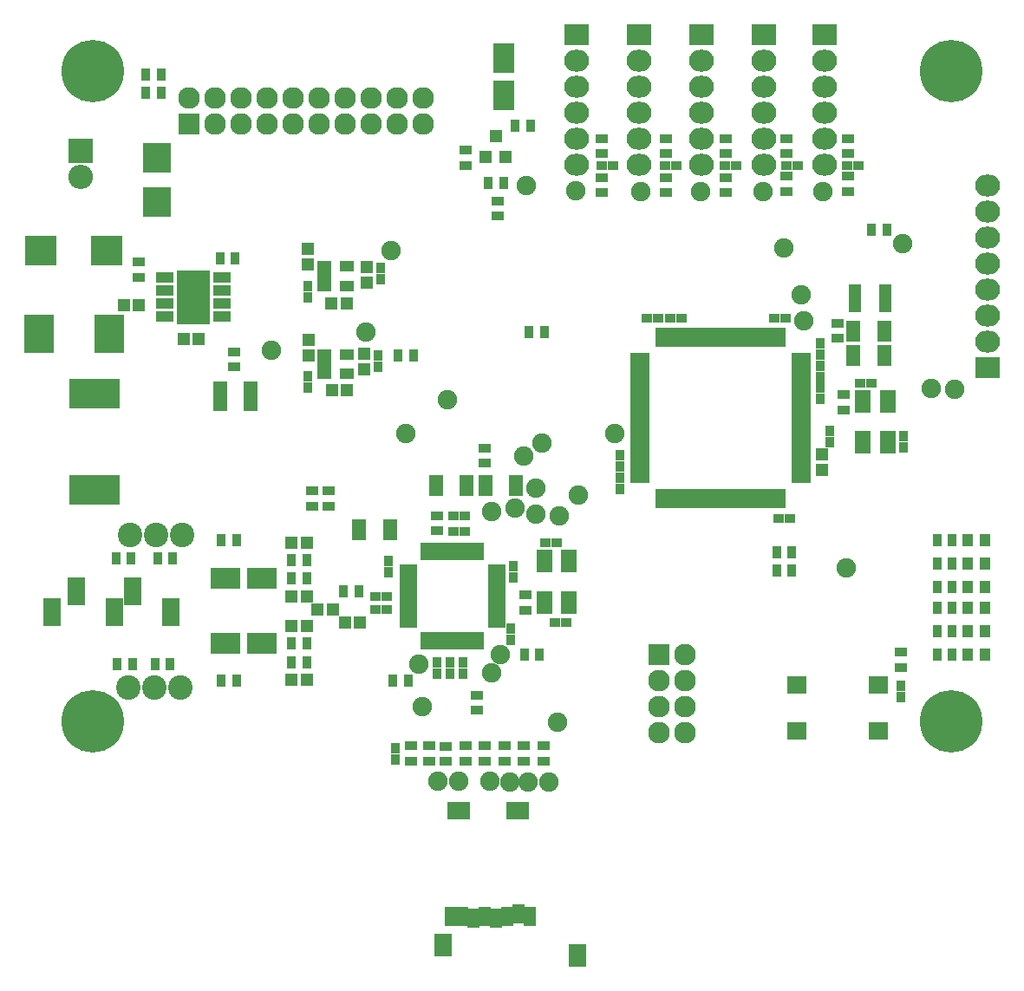
<source format=gts>
G04 #@! TF.FileFunction,Soldermask,Top*
%FSLAX46Y46*%
G04 Gerber Fmt 4.6, Leading zero omitted, Abs format (unit mm)*
G04 Created by KiCad (PCBNEW 4.0.7-e2-6376~58~ubuntu16.04.1) date Sun Oct 22 13:56:38 2017*
%MOMM*%
%LPD*%
G01*
G04 APERTURE LIST*
%ADD10C,0.150000*%
%ADD11R,0.650000X1.700000*%
%ADD12R,1.700000X0.650000*%
%ADD13R,1.900000X0.680000*%
%ADD14R,0.680000X1.900000*%
%ADD15C,6.100000*%
%ADD16R,2.432000X2.127200*%
%ADD17O,2.432000X2.127200*%
%ADD18O,2.398980X2.398980*%
%ADD19R,2.398980X2.398980*%
%ADD20R,1.460000X1.050000*%
%ADD21R,1.200100X1.200100*%
%ADD22R,0.900000X1.000000*%
%ADD23R,1.000000X0.900000*%
%ADD24R,1.150000X1.200000*%
%ADD25R,1.200000X1.150000*%
%ADD26R,1.400000X2.000000*%
%ADD27R,4.900000X3.000000*%
%ADD28R,1.670000X1.035000*%
%ADD29R,3.340000X5.290000*%
%ADD30C,0.800000*%
%ADD31R,2.127200X2.127200*%
%ADD32O,2.127200X2.127200*%
%ADD33R,1.700000X2.700000*%
%ADD34R,1.400000X2.900000*%
%ADD35C,1.900000*%
%ADD36R,2.899360X3.699460*%
%ADD37R,0.900000X1.300000*%
%ADD38R,1.300000X0.900000*%
%ADD39R,1.000000X1.200000*%
%ADD40R,2.701240X2.899360*%
%ADD41R,1.153160X2.753360*%
%ADD42R,1.600000X2.200000*%
%ADD43R,1.799540X2.299920*%
%ADD44R,1.197560X1.898600*%
%ADD45R,2.198320X1.799540*%
%ADD46R,3.170000X2.950000*%
%ADD47R,1.950000X1.700000*%
%ADD48C,2.398980*%
%ADD49R,3.000000X2.000000*%
%ADD50R,2.000000X3.000000*%
G04 APERTURE END LIST*
D10*
D11*
X106065000Y-114040000D03*
X106565000Y-114040000D03*
X107065000Y-114040000D03*
X107565000Y-114040000D03*
X108065000Y-114040000D03*
X108565000Y-114040000D03*
X109065000Y-114040000D03*
X109565000Y-114040000D03*
X110065000Y-114040000D03*
X110565000Y-114040000D03*
X111065000Y-114040000D03*
X111565000Y-114040000D03*
D12*
X113165000Y-112440000D03*
X113165000Y-111940000D03*
X113165000Y-111440000D03*
X113165000Y-110940000D03*
X113165000Y-110440000D03*
X113165000Y-109940000D03*
X113165000Y-109440000D03*
X113165000Y-108940000D03*
X113165000Y-108440000D03*
X113165000Y-107940000D03*
X113165000Y-107440000D03*
X113165000Y-106940000D03*
D11*
X111565000Y-105340000D03*
X111065000Y-105340000D03*
X110565000Y-105340000D03*
X110065000Y-105340000D03*
X109565000Y-105340000D03*
X109065000Y-105340000D03*
X108565000Y-105340000D03*
X108065000Y-105340000D03*
X107565000Y-105340000D03*
X107065000Y-105340000D03*
X106565000Y-105340000D03*
X106065000Y-105340000D03*
D12*
X104465000Y-106940000D03*
X104465000Y-107440000D03*
X104465000Y-107940000D03*
X104465000Y-108440000D03*
X104465000Y-108940000D03*
X104465000Y-109440000D03*
X104465000Y-109940000D03*
X104465000Y-110440000D03*
X104465000Y-110940000D03*
X104465000Y-111440000D03*
X104465000Y-111940000D03*
X104465000Y-112440000D03*
D13*
X142877000Y-98291000D03*
X142877000Y-97791000D03*
X142877000Y-97291000D03*
X142877000Y-96791000D03*
X142877000Y-96291000D03*
X142877000Y-95791000D03*
X142877000Y-95291000D03*
X142877000Y-94791000D03*
X142877000Y-94291000D03*
X142877000Y-93791000D03*
X142877000Y-93291000D03*
X142877000Y-92791000D03*
X142877000Y-92291000D03*
X142877000Y-91791000D03*
X142877000Y-91291000D03*
X142877000Y-90791000D03*
X142877000Y-90291000D03*
X142877000Y-89791000D03*
X142877000Y-89291000D03*
X142877000Y-88791000D03*
X142877000Y-88291000D03*
X142877000Y-87791000D03*
X142877000Y-87291000D03*
X142877000Y-86791000D03*
X142877000Y-86291000D03*
D14*
X140977000Y-84391000D03*
X140477000Y-84391000D03*
X139977000Y-84391000D03*
X139477000Y-84391000D03*
X138977000Y-84391000D03*
X138477000Y-84391000D03*
X137977000Y-84391000D03*
X137477000Y-84391000D03*
X136977000Y-84391000D03*
X136477000Y-84391000D03*
X135977000Y-84391000D03*
X135477000Y-84391000D03*
X134977000Y-84391000D03*
X134477000Y-84391000D03*
X133977000Y-84391000D03*
X133477000Y-84391000D03*
X132977000Y-84391000D03*
X132477000Y-84391000D03*
X131977000Y-84391000D03*
X131477000Y-84391000D03*
X130977000Y-84391000D03*
X130477000Y-84391000D03*
X129977000Y-84391000D03*
X129477000Y-84391000D03*
X128977000Y-84391000D03*
D13*
X127077000Y-86291000D03*
X127077000Y-86791000D03*
X127077000Y-87291000D03*
X127077000Y-87791000D03*
X127077000Y-88291000D03*
X127077000Y-88791000D03*
X127077000Y-89291000D03*
X127077000Y-89791000D03*
X127077000Y-90291000D03*
X127077000Y-90791000D03*
X127077000Y-91291000D03*
X127077000Y-91791000D03*
X127077000Y-92291000D03*
X127077000Y-92791000D03*
X127077000Y-93291000D03*
X127077000Y-93791000D03*
X127077000Y-94291000D03*
X127077000Y-94791000D03*
X127077000Y-95291000D03*
X127077000Y-95791000D03*
X127077000Y-96291000D03*
X127077000Y-96791000D03*
X127077000Y-97291000D03*
X127077000Y-97791000D03*
X127077000Y-98291000D03*
D14*
X128977000Y-100191000D03*
X129477000Y-100191000D03*
X129977000Y-100191000D03*
X130477000Y-100191000D03*
X130977000Y-100191000D03*
X131477000Y-100191000D03*
X131977000Y-100191000D03*
X132477000Y-100191000D03*
X132977000Y-100191000D03*
X133477000Y-100191000D03*
X133977000Y-100191000D03*
X134477000Y-100191000D03*
X134977000Y-100191000D03*
X135477000Y-100191000D03*
X135977000Y-100191000D03*
X136477000Y-100191000D03*
X136977000Y-100191000D03*
X137477000Y-100191000D03*
X137977000Y-100191000D03*
X138477000Y-100191000D03*
X138977000Y-100191000D03*
X139477000Y-100191000D03*
X139977000Y-100191000D03*
X140477000Y-100191000D03*
X140977000Y-100191000D03*
D15*
X73660000Y-121920000D03*
X73660000Y-58420000D03*
X157480000Y-58420000D03*
D16*
X133096000Y-54864000D03*
D17*
X133096000Y-57404000D03*
X133096000Y-59944000D03*
X133096000Y-62484000D03*
X133096000Y-65024000D03*
X133096000Y-67564000D03*
D16*
X120904000Y-54864000D03*
D17*
X120904000Y-57404000D03*
X120904000Y-59944000D03*
X120904000Y-62484000D03*
X120904000Y-65024000D03*
X120904000Y-67564000D03*
D16*
X161036000Y-87376000D03*
D17*
X161036000Y-84836000D03*
X161036000Y-82296000D03*
X161036000Y-79756000D03*
X161036000Y-77216000D03*
X161036000Y-74676000D03*
X161036000Y-72136000D03*
X161036000Y-69596000D03*
D18*
X72517000Y-68707000D03*
D19*
X72517000Y-66167000D03*
D16*
X127000000Y-54864000D03*
D17*
X127000000Y-57404000D03*
X127000000Y-59944000D03*
X127000000Y-62484000D03*
X127000000Y-65024000D03*
X127000000Y-67564000D03*
D16*
X139192000Y-54864000D03*
D17*
X139192000Y-57404000D03*
X139192000Y-59944000D03*
X139192000Y-62484000D03*
X139192000Y-65024000D03*
X139192000Y-67564000D03*
D16*
X145137000Y-54864000D03*
D17*
X145137000Y-57404000D03*
X145137000Y-59944000D03*
X145137000Y-62484000D03*
X145137000Y-65024000D03*
X145137000Y-67564000D03*
D20*
X96300823Y-86102949D03*
X96300823Y-87052949D03*
X96300823Y-88002949D03*
X98500823Y-88002949D03*
X98500823Y-86102949D03*
X96285000Y-77498000D03*
X96285000Y-78448000D03*
X96285000Y-79398000D03*
X98485000Y-79398000D03*
X98485000Y-77498000D03*
D21*
X112080000Y-66786760D03*
X113980000Y-66786760D03*
X113030000Y-64787780D03*
D22*
X109831000Y-116125000D03*
X109831000Y-117225000D03*
X102592000Y-107319000D03*
X102592000Y-106219000D03*
X114530000Y-112823000D03*
X114530000Y-113923000D03*
X107291000Y-116125000D03*
X107291000Y-117225000D03*
D23*
X102380000Y-110960000D03*
X101280000Y-110960000D03*
D22*
X108561000Y-116125000D03*
X108561000Y-117225000D03*
D23*
X108900000Y-103340000D03*
X110000000Y-103340000D03*
X102380000Y-109690000D03*
X101280000Y-109690000D03*
X108900000Y-101816000D03*
X110000000Y-101816000D03*
D22*
X152884000Y-95127000D03*
X152884000Y-94027000D03*
D23*
X148651000Y-88862000D03*
X149751000Y-88862000D03*
X130109000Y-82512000D03*
X131209000Y-82512000D03*
D22*
X125198000Y-97032000D03*
X125198000Y-95932000D03*
X144756000Y-88269000D03*
X144756000Y-87169000D03*
X144756000Y-85010000D03*
X144756000Y-86110000D03*
D24*
X94733831Y-86151941D03*
X94733831Y-84651941D03*
X100194828Y-86048944D03*
X100194828Y-87548944D03*
X94718000Y-77293000D03*
X94718000Y-75793000D03*
D25*
X98504000Y-81115000D03*
X97004000Y-81115000D03*
D24*
X100433000Y-77571000D03*
X100433000Y-79071000D03*
D26*
X107188000Y-98895000D03*
X110188000Y-98895000D03*
X99695000Y-103213000D03*
X102695000Y-103213000D03*
X112014000Y-98895000D03*
X115014000Y-98895000D03*
D25*
X99786000Y-112230000D03*
X98286000Y-112230000D03*
D26*
X147955000Y-86195000D03*
X150955000Y-86195000D03*
X147955000Y-83782000D03*
X150955000Y-83782000D03*
D25*
X78196000Y-81242000D03*
X76696000Y-81242000D03*
X82538000Y-84544000D03*
X84038000Y-84544000D03*
D27*
X73890000Y-89878000D03*
X73890000Y-99278000D03*
D28*
X86324000Y-82385000D03*
X86324000Y-81115000D03*
X86324000Y-79845000D03*
X86324000Y-78575000D03*
X80736000Y-78575000D03*
X80736000Y-79845000D03*
X80736000Y-81115000D03*
X80736000Y-82385000D03*
D29*
X83530000Y-80480000D03*
D30*
X82780000Y-78980000D03*
X82780000Y-80480000D03*
X84280000Y-78980000D03*
X84280000Y-80480000D03*
X82780000Y-81980000D03*
X84280000Y-81980000D03*
D15*
X157480000Y-121920000D03*
D31*
X83124721Y-63609889D03*
D32*
X83124721Y-61069889D03*
X85664721Y-63609889D03*
X85664721Y-61069889D03*
X88204721Y-63609889D03*
X88204721Y-61069889D03*
X90744721Y-63609889D03*
X90744721Y-61069889D03*
X93284721Y-63609889D03*
X93284721Y-61069889D03*
X95824721Y-63609889D03*
X95824721Y-61069889D03*
X98364721Y-63609889D03*
X98364721Y-61069889D03*
X100904721Y-63609889D03*
X100904721Y-61069889D03*
X103444721Y-63609889D03*
X103444721Y-61069889D03*
X105984721Y-63609889D03*
X105984721Y-61069889D03*
D22*
X144756000Y-89328000D03*
X144756000Y-90428000D03*
D33*
X69695000Y-111214000D03*
X77595000Y-109214000D03*
X72095000Y-109214000D03*
X81295000Y-111214000D03*
X75795000Y-111214000D03*
D25*
X95619000Y-110960000D03*
X97119000Y-110960000D03*
X93079000Y-117818000D03*
X94579000Y-117818000D03*
X94579000Y-104483000D03*
X93079000Y-104483000D03*
D34*
X89106000Y-90132000D03*
X86106000Y-90132000D03*
D35*
X112625000Y-117183000D03*
X115800000Y-95974000D03*
X117578000Y-94704000D03*
D22*
X114784000Y-106727000D03*
X114784000Y-107827000D03*
D36*
X75259060Y-84036000D03*
X68456940Y-84036000D03*
D25*
X98531825Y-89592946D03*
X97031825Y-89592946D03*
D37*
X104993000Y-86195000D03*
X103493000Y-86195000D03*
D38*
X96750000Y-100915000D03*
X96750000Y-99415000D03*
X111990000Y-96724000D03*
X111990000Y-95224000D03*
D23*
X141750000Y-102070000D03*
X140650000Y-102070000D03*
D22*
X145645000Y-93519000D03*
X145645000Y-94619000D03*
X125198000Y-99191000D03*
X125198000Y-98091000D03*
D23*
X128923000Y-82512000D03*
X127823000Y-82512000D03*
X140269000Y-82512000D03*
X141369000Y-82512000D03*
D24*
X144883000Y-95859000D03*
X144883000Y-97359000D03*
D25*
X93079000Y-109690000D03*
X94579000Y-109690000D03*
X93079000Y-112611000D03*
X94579000Y-112611000D03*
D39*
X160846000Y-115414855D03*
X159146000Y-115414855D03*
X160846000Y-113119000D03*
X159146000Y-113119000D03*
X160846000Y-110833000D03*
X159146000Y-110833000D03*
X160846000Y-108810849D03*
X159146000Y-108810849D03*
X160807000Y-106515000D03*
X159107000Y-106515000D03*
X160846000Y-104238849D03*
X159146000Y-104238849D03*
D40*
X79986000Y-66901160D03*
X79986000Y-71198840D03*
D41*
X151029800Y-80607000D03*
X148134200Y-80607000D03*
D38*
X115927000Y-111075000D03*
X115927000Y-109575000D03*
D37*
X104485000Y-117945000D03*
X102985000Y-117945000D03*
D38*
X107291000Y-103328000D03*
X107291000Y-101828000D03*
X152630000Y-116663000D03*
X152630000Y-115163000D03*
D37*
X98159000Y-109182000D03*
X99659000Y-109182000D03*
X94579000Y-116167000D03*
X93079000Y-116167000D03*
X93079000Y-106134000D03*
X94579000Y-106134000D03*
X157628296Y-115414853D03*
X156128296Y-115414853D03*
X157628298Y-113128858D03*
X156128298Y-113128858D03*
X157628302Y-110842849D03*
X156128302Y-110842849D03*
X157628296Y-108810852D03*
X156128296Y-108810852D03*
X157628296Y-106524853D03*
X156128296Y-106524853D03*
X157628293Y-104238855D03*
X156128293Y-104238855D03*
D38*
X123420000Y-70308000D03*
X123420000Y-68808000D03*
X129643000Y-70308000D03*
X129643000Y-68808000D03*
X115800000Y-124307000D03*
X115800000Y-125807000D03*
X135485000Y-70308000D03*
X135485000Y-68808000D03*
X117705000Y-124307000D03*
X117705000Y-125807000D03*
X108180000Y-124345000D03*
X108180000Y-125845000D03*
X111990000Y-124307000D03*
X111990000Y-125807000D03*
X110085000Y-124307000D03*
X110085000Y-125807000D03*
X113895000Y-124307000D03*
X113895000Y-125807000D03*
X141454000Y-70181000D03*
X141454000Y-68681000D03*
X147423000Y-70181000D03*
X147423000Y-68681000D03*
D37*
X114923000Y-63716000D03*
X116423000Y-63716000D03*
X140450000Y-105372000D03*
X141950000Y-105372000D03*
D38*
X147042000Y-91517000D03*
X147042000Y-90017000D03*
D37*
X140450000Y-107150000D03*
X141950000Y-107150000D03*
D38*
X146407000Y-84532000D03*
X146407000Y-83032000D03*
X106529000Y-125807000D03*
X106529000Y-124307000D03*
D37*
X112280000Y-69342000D03*
X113780000Y-69342000D03*
D38*
X87479000Y-85826000D03*
X87479000Y-87326000D03*
D37*
X87594000Y-76670000D03*
X86094000Y-76670000D03*
D38*
X78208000Y-77063000D03*
X78208000Y-78563000D03*
D37*
X117808000Y-83909000D03*
X116308000Y-83909000D03*
X93079000Y-107912000D03*
X94579000Y-107912000D03*
X93079000Y-114262000D03*
X94579000Y-114262000D03*
X87721000Y-104229000D03*
X86221000Y-104229000D03*
X87721000Y-117945000D03*
X86221000Y-117945000D03*
X78855000Y-60541000D03*
X80355000Y-60541000D03*
X78855000Y-58763000D03*
X80355000Y-58763000D03*
D38*
X110085000Y-66141000D03*
X110085000Y-67641000D03*
X113260000Y-71094000D03*
X113260000Y-72594000D03*
D37*
X149721000Y-73876000D03*
X151221000Y-73876000D03*
D38*
X111228000Y-119354000D03*
X111228000Y-120854000D03*
D35*
X116943000Y-99149000D03*
X116943000Y-101689000D03*
X114911000Y-101054000D03*
X119229000Y-101816000D03*
X113514000Y-115405000D03*
X121134000Y-99784000D03*
X108307000Y-90513000D03*
X112625000Y-101435000D03*
X105513000Y-116294000D03*
X104243000Y-93815000D03*
X116054000Y-69558000D03*
X120880000Y-70066000D03*
X155551000Y-89370000D03*
X141200000Y-75654000D03*
X157837000Y-89497000D03*
X147296000Y-106896000D03*
X143105000Y-82766000D03*
X142851000Y-80226000D03*
X152757000Y-75273000D03*
X127230000Y-70193000D03*
X133072000Y-70193000D03*
X118213000Y-127851000D03*
X107418000Y-127724000D03*
X119102000Y-122009000D03*
X109450000Y-127724000D03*
X116181000Y-127851000D03*
X112498000Y-127724000D03*
X114403000Y-127851000D03*
X139168000Y-70193000D03*
X105894000Y-120485000D03*
X145010000Y-70193000D03*
X102846000Y-75908000D03*
X100321829Y-83877943D03*
X91162000Y-85687000D03*
D42*
X120175000Y-106293000D03*
X120175000Y-110293000D03*
X117775000Y-110293000D03*
X117775000Y-106293000D03*
X151290000Y-90672000D03*
X151290000Y-94672000D03*
X148890000Y-94672000D03*
X148890000Y-90672000D03*
D23*
X123378000Y-67653000D03*
X124478000Y-67653000D03*
X129601000Y-67653000D03*
X130701000Y-67653000D03*
X135443000Y-67653000D03*
X136543000Y-67653000D03*
X141412000Y-67653000D03*
X142512000Y-67653000D03*
D22*
X103227000Y-124507000D03*
X103227000Y-125607000D03*
D23*
X147381000Y-67653000D03*
X148481000Y-67653000D03*
D38*
X123420000Y-64986000D03*
X123420000Y-66486000D03*
X129643000Y-64998000D03*
X129643000Y-66498000D03*
X135485000Y-64998000D03*
X135485000Y-66498000D03*
X141454000Y-64998000D03*
X141454000Y-66498000D03*
X104751000Y-125807000D03*
X104751000Y-124307000D03*
X147423000Y-64998000D03*
X147423000Y-66498000D03*
D43*
X120996840Y-144792800D03*
X107849800Y-143792040D03*
D44*
X116348640Y-140942160D03*
X115248820Y-140741500D03*
X114151540Y-140942160D03*
X113051720Y-141142820D03*
X111951900Y-140942160D03*
X110849540Y-141142820D03*
X109749720Y-140942160D03*
X108649900Y-140942160D03*
D45*
X109450000Y-130645000D03*
X115147220Y-130645000D03*
D37*
X115812000Y-115405000D03*
X117312000Y-115405000D03*
D38*
X95099000Y-100915000D03*
X95099000Y-99415000D03*
D35*
X124690000Y-93815000D03*
D22*
X94718000Y-79422000D03*
X94718000Y-80522000D03*
X101830000Y-77644000D03*
X101830000Y-78744000D03*
X94718000Y-88185000D03*
X94718000Y-89285000D03*
X101576000Y-86153000D03*
X101576000Y-87253000D03*
D46*
X75078000Y-75908000D03*
X68638000Y-75908000D03*
D22*
X152630000Y-118411000D03*
X152630000Y-119511000D03*
D47*
X142432000Y-122862000D03*
X142432000Y-118362000D03*
X150382000Y-118362000D03*
X150382000Y-122862000D03*
D31*
X129008000Y-115405000D03*
D32*
X131548000Y-115405000D03*
X129008000Y-117945000D03*
X131548000Y-117945000D03*
X129008000Y-120485000D03*
X131548000Y-120485000D03*
X129008000Y-123025000D03*
X131548000Y-123025000D03*
D37*
X79744000Y-116294000D03*
X81244000Y-116294000D03*
X81498000Y-106007000D03*
X79998000Y-106007000D03*
X76061000Y-116294000D03*
X77561000Y-116294000D03*
X77434000Y-106007000D03*
X75934000Y-106007000D03*
D23*
X117917000Y-104483000D03*
X119017000Y-104483000D03*
X119906000Y-112230000D03*
X118806000Y-112230000D03*
D48*
X79732000Y-118580000D03*
X77192000Y-118580000D03*
X82272000Y-118580000D03*
X79859000Y-103721000D03*
X82399000Y-103721000D03*
X77319000Y-103721000D03*
D49*
X90209000Y-107912000D03*
X86609000Y-107912000D03*
X90209000Y-114262000D03*
X86609000Y-114262000D03*
D50*
X113792000Y-57168000D03*
X113792000Y-60768000D03*
M02*

</source>
